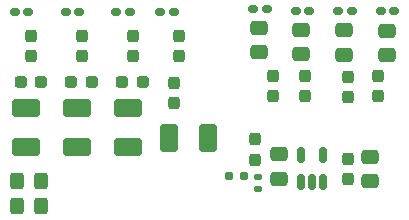
<source format=gbp>
G04 #@! TF.GenerationSoftware,KiCad,Pcbnew,9.0.4*
G04 #@! TF.CreationDate,2025-08-20T18:41:51-04:00*
G04 #@! TF.ProjectId,tac5212_audio_board_single_ended,74616335-3231-4325-9f61-7564696f5f62,rev?*
G04 #@! TF.SameCoordinates,Original*
G04 #@! TF.FileFunction,Paste,Bot*
G04 #@! TF.FilePolarity,Positive*
%FSLAX46Y46*%
G04 Gerber Fmt 4.6, Leading zero omitted, Abs format (unit mm)*
G04 Created by KiCad (PCBNEW 9.0.4) date 2025-08-20 18:41:51*
%MOMM*%
%LPD*%
G01*
G04 APERTURE LIST*
G04 Aperture macros list*
%AMRoundRect*
0 Rectangle with rounded corners*
0 $1 Rounding radius*
0 $2 $3 $4 $5 $6 $7 $8 $9 X,Y pos of 4 corners*
0 Add a 4 corners polygon primitive as box body*
4,1,4,$2,$3,$4,$5,$6,$7,$8,$9,$2,$3,0*
0 Add four circle primitives for the rounded corners*
1,1,$1+$1,$2,$3*
1,1,$1+$1,$4,$5*
1,1,$1+$1,$6,$7*
1,1,$1+$1,$8,$9*
0 Add four rect primitives between the rounded corners*
20,1,$1+$1,$2,$3,$4,$5,0*
20,1,$1+$1,$4,$5,$6,$7,0*
20,1,$1+$1,$6,$7,$8,$9,0*
20,1,$1+$1,$8,$9,$2,$3,0*%
G04 Aperture macros list end*
%ADD10RoundRect,0.250000X0.475000X-0.337500X0.475000X0.337500X-0.475000X0.337500X-0.475000X-0.337500X0*%
%ADD11RoundRect,0.237500X-0.237500X0.300000X-0.237500X-0.300000X0.237500X-0.300000X0.237500X0.300000X0*%
%ADD12RoundRect,0.160000X0.222500X0.160000X-0.222500X0.160000X-0.222500X-0.160000X0.222500X-0.160000X0*%
%ADD13RoundRect,0.237500X-0.287500X-0.237500X0.287500X-0.237500X0.287500X0.237500X-0.287500X0.237500X0*%
%ADD14RoundRect,0.237500X0.237500X-0.300000X0.237500X0.300000X-0.237500X0.300000X-0.237500X-0.300000X0*%
%ADD15RoundRect,0.135000X0.185000X-0.135000X0.185000X0.135000X-0.185000X0.135000X-0.185000X-0.135000X0*%
%ADD16RoundRect,0.250000X-0.325000X-0.450000X0.325000X-0.450000X0.325000X0.450000X-0.325000X0.450000X0*%
%ADD17RoundRect,0.250000X0.325000X0.450000X-0.325000X0.450000X-0.325000X-0.450000X0.325000X-0.450000X0*%
%ADD18RoundRect,0.250001X0.924999X-0.499999X0.924999X0.499999X-0.924999X0.499999X-0.924999X-0.499999X0*%
%ADD19RoundRect,0.250000X-0.475000X0.337500X-0.475000X-0.337500X0.475000X-0.337500X0.475000X0.337500X0*%
%ADD20RoundRect,0.250001X-0.499999X-0.924999X0.499999X-0.924999X0.499999X0.924999X-0.499999X0.924999X0*%
%ADD21RoundRect,0.237500X0.287500X0.237500X-0.287500X0.237500X-0.287500X-0.237500X0.287500X-0.237500X0*%
%ADD22RoundRect,0.160000X-0.222500X-0.160000X0.222500X-0.160000X0.222500X0.160000X-0.222500X0.160000X0*%
%ADD23RoundRect,0.150000X0.150000X-0.512500X0.150000X0.512500X-0.150000X0.512500X-0.150000X-0.512500X0*%
%ADD24RoundRect,0.160000X0.197500X0.160000X-0.197500X0.160000X-0.197500X-0.160000X0.197500X-0.160000X0*%
%ADD25RoundRect,0.237500X-0.237500X0.287500X-0.237500X-0.287500X0.237500X-0.287500X0.237500X0.287500X0*%
G04 APERTURE END LIST*
D10*
G04 #@! TO.C,T\u002AC108*
X35334314Y3125000D03*
X35334314Y5200000D03*
G04 #@! TD*
D11*
G04 #@! TO.C,C127*
X27100000Y12062500D03*
X27100000Y10337500D03*
G04 #@! TD*
D12*
G04 #@! TO.C,D111*
X17527500Y17500000D03*
X18672500Y17500000D03*
G04 #@! TD*
D13*
G04 #@! TO.C,R108*
X10025000Y11500000D03*
X11775000Y11500000D03*
G04 #@! TD*
D14*
G04 #@! TO.C,T\u002AC109*
X33400000Y3300000D03*
X33400000Y5025000D03*
G04 #@! TD*
D15*
G04 #@! TO.C,R128*
X25800000Y2490000D03*
X25800000Y3510000D03*
G04 #@! TD*
D11*
G04 #@! TO.C,C124*
X36000000Y12062500D03*
X36000000Y10337500D03*
G04 #@! TD*
D16*
G04 #@! TO.C,C131*
X5375000Y1000000D03*
X7425000Y1000000D03*
G04 #@! TD*
D17*
G04 #@! TO.C,C130*
X7425000Y3200000D03*
X5375000Y3200000D03*
G04 #@! TD*
D11*
G04 #@! TO.C,C125*
X33400000Y11962500D03*
X33400000Y10237500D03*
G04 #@! TD*
D18*
G04 #@! TO.C,C114*
X6200000Y6075000D03*
X6200000Y9325000D03*
G04 #@! TD*
D19*
G04 #@! TO.C,T\u002AC110*
X27600000Y5437500D03*
X27600000Y3362500D03*
G04 #@! TD*
D20*
G04 #@! TO.C,C122*
X18300001Y6800000D03*
X21550001Y6800000D03*
G04 #@! TD*
D21*
G04 #@! TO.C,R109*
X7475000Y11500000D03*
X5725000Y11500000D03*
G04 #@! TD*
D22*
G04 #@! TO.C,D113*
X33772500Y17565000D03*
X32627500Y17565000D03*
G04 #@! TD*
D19*
G04 #@! TO.C,FB110*
X29500000Y15975000D03*
X29500000Y13900000D03*
G04 #@! TD*
G04 #@! TO.C,FB111*
X25900000Y16137500D03*
X25900000Y14062500D03*
G04 #@! TD*
D13*
G04 #@! TO.C,R111*
X14325000Y11500000D03*
X16075000Y11500000D03*
G04 #@! TD*
D22*
G04 #@! TO.C,D112*
X37372500Y17517500D03*
X36227500Y17517500D03*
G04 #@! TD*
D14*
G04 #@! TO.C,C123*
X19100000Y13737500D03*
X19100000Y15462500D03*
G04 #@! TD*
D23*
G04 #@! TO.C,U109*
X31361814Y3047500D03*
X30411814Y3047500D03*
X29461814Y3047500D03*
X29461814Y5322500D03*
X31361814Y5322500D03*
G04 #@! TD*
D12*
G04 #@! TO.C,D108*
X9527500Y17500000D03*
X10672500Y17500000D03*
G04 #@! TD*
D14*
G04 #@! TO.C,C113*
X10900000Y13737500D03*
X10900000Y15462500D03*
G04 #@! TD*
D11*
G04 #@! TO.C,C126*
X29800000Y12062500D03*
X29800000Y10337500D03*
G04 #@! TD*
D12*
G04 #@! TO.C,D110*
X13827500Y17500000D03*
X14972500Y17500000D03*
G04 #@! TD*
D18*
G04 #@! TO.C,C110*
X10500000Y6075000D03*
X10500000Y9325000D03*
G04 #@! TD*
D12*
G04 #@! TO.C,D109*
X5227500Y17500000D03*
X6372500Y17500000D03*
G04 #@! TD*
D24*
G04 #@! TO.C,SCL109*
X24597500Y3600000D03*
X23402500Y3600000D03*
G04 #@! TD*
D14*
G04 #@! TO.C,C121*
X15200000Y13737500D03*
X15200000Y15462500D03*
G04 #@! TD*
D18*
G04 #@! TO.C,C120*
X14800000Y6075000D03*
X14800000Y9325000D03*
G04 #@! TD*
D22*
G04 #@! TO.C,D114*
X30172500Y17565000D03*
X29027500Y17565000D03*
G04 #@! TD*
D25*
G04 #@! TO.C,R116*
X18700000Y11475000D03*
X18700000Y9725000D03*
G04 #@! TD*
D19*
G04 #@! TO.C,FB109*
X33100000Y15902500D03*
X33100000Y13827500D03*
G04 #@! TD*
G04 #@! TO.C,FB108*
X36700000Y15865000D03*
X36700000Y13790000D03*
G04 #@! TD*
D22*
G04 #@! TO.C,D115*
X26572500Y17700000D03*
X25427500Y17700000D03*
G04 #@! TD*
D11*
G04 #@! TO.C,C129*
X25549617Y6674418D03*
X25549617Y4949418D03*
G04 #@! TD*
D14*
G04 #@! TO.C,C117*
X6600000Y13737500D03*
X6600000Y15462500D03*
G04 #@! TD*
M02*

</source>
